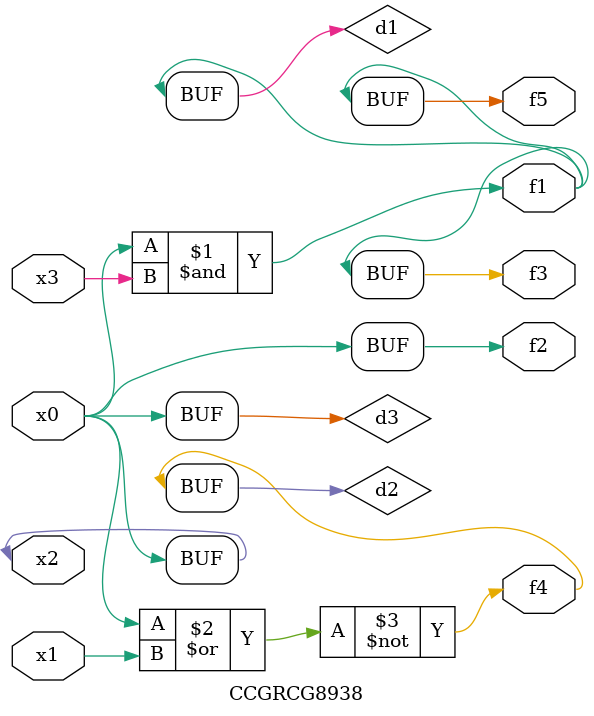
<source format=v>
module CCGRCG8938(
	input x0, x1, x2, x3,
	output f1, f2, f3, f4, f5
);

	wire d1, d2, d3;

	and (d1, x2, x3);
	nor (d2, x0, x1);
	buf (d3, x0, x2);
	assign f1 = d1;
	assign f2 = d3;
	assign f3 = d1;
	assign f4 = d2;
	assign f5 = d1;
endmodule

</source>
